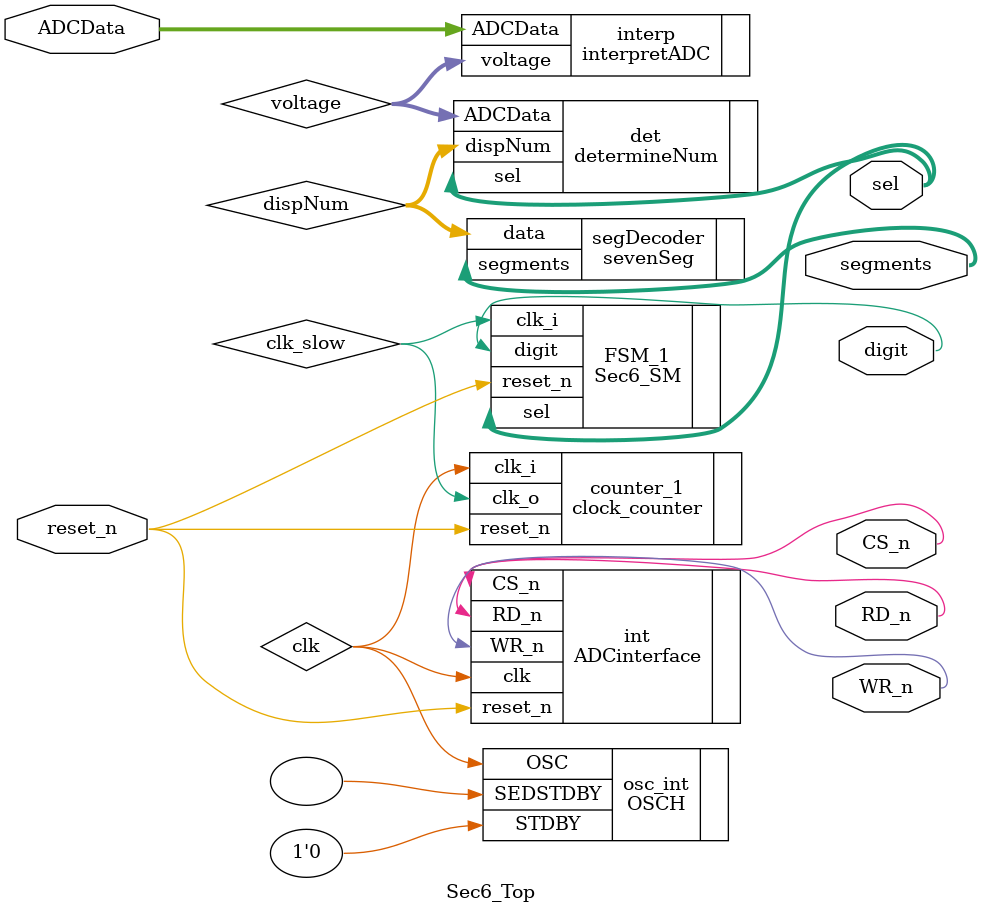
<source format=v>
module Sec6_Top(
	input [7:0] ADCData,
	input reset_n,
	output [2:0] sel,
	output [6:0] segments,
	output digit,
	output CS_n,
	output RD_n,
	output WR_n
	);
	
	
	wire clk;
	wire clk_slow;
	wire [3:0] dispNum;
	wire [8:0] voltage;
	
	//This is an instance of a special, built in module that accesses our chip's oscillator
	OSCH #("2.08") osc_int (					//"2.03" specifies the operating frequency, 2.03 MHz. Other clock frequencies can be found in the MachX02's documentation
		.STDBY(1'b0),							//Specifies active state
		.OSC(clk),							//Outputs clock signal to 'clk' net
		.SEDSTDBY());							//Leaves SEDSTDBY pin unconnected

	clock_counter counter_1(
		.clk_i(clk),
		.reset_n(reset_n),
		.clk_o(clk_slow)
		);

	ADCinterface int(
		.reset_n(reset_n),
		.clk(clk),
		.CS_n(CS_n),
		.RD_n(RD_n),
		.WR_n(WR_n)
	);
	
	Sec6_SM FSM_1(
		.clk_i(clk_slow),
		.reset_n(reset_n),
		.sel(sel),
		.digit(digit)
		);
	
	interpretADC interp(
		.ADCData(ADCData),
		.voltage(voltage)
	);
	
	determineNum det(
		.sel(sel),
		.ADCData(voltage), 
	//	.reset_n(reset_n),
		.dispNum(dispNum)
		);
	
	sevenSeg segDecoder(
		.data(dispNum),
		.segments(segments)
		);
		
endmodule
</source>
